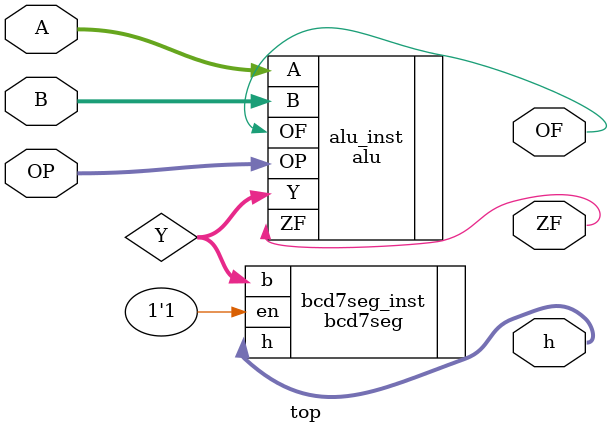
<source format=v>
module top(
    input  [3:0] A,
    input  [3:0] B,
    input  [2:0] OP,
    output reg OF,
    output reg ZF,
    output reg [6:0] h      // a b c d e f g，低电平点亮
);

    wire signed [3:0] Y;

    alu alu_inst(
        .A(A),
        .B(B),
        .OP(OP),
        .OF(OF),
        .ZF(ZF),
        .Y(Y)
    );

    bcd7seg bcd7seg_inst(
        .en(1'b1),
        .b(Y),
        .h(h)
    );

endmodule

</source>
